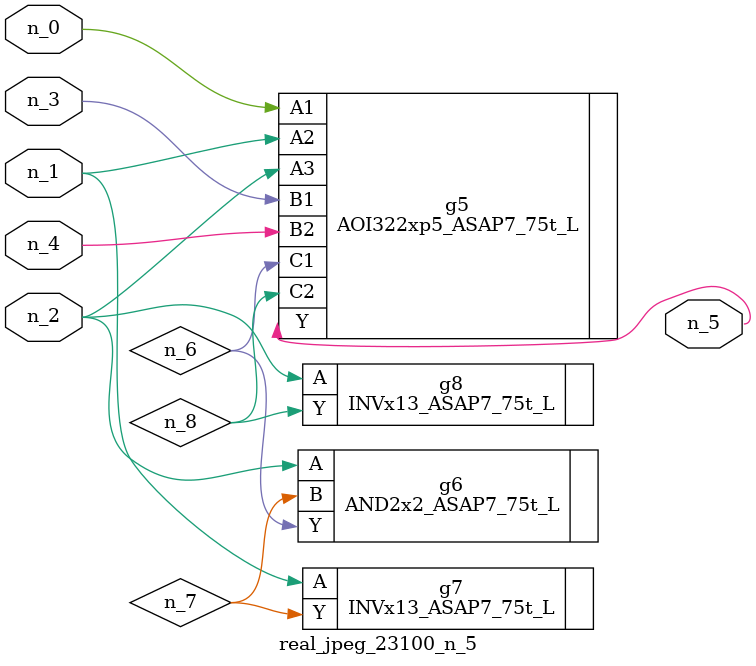
<source format=v>
module real_jpeg_23100_n_5 (n_4, n_0, n_1, n_2, n_3, n_5);

input n_4;
input n_0;
input n_1;
input n_2;
input n_3;

output n_5;

wire n_8;
wire n_6;
wire n_7;

AOI322xp5_ASAP7_75t_L g5 ( 
.A1(n_0),
.A2(n_1),
.A3(n_2),
.B1(n_3),
.B2(n_4),
.C1(n_6),
.C2(n_8),
.Y(n_5)
);

INVx13_ASAP7_75t_L g7 ( 
.A(n_1),
.Y(n_7)
);

AND2x2_ASAP7_75t_L g6 ( 
.A(n_2),
.B(n_7),
.Y(n_6)
);

INVx13_ASAP7_75t_L g8 ( 
.A(n_2),
.Y(n_8)
);


endmodule
</source>
